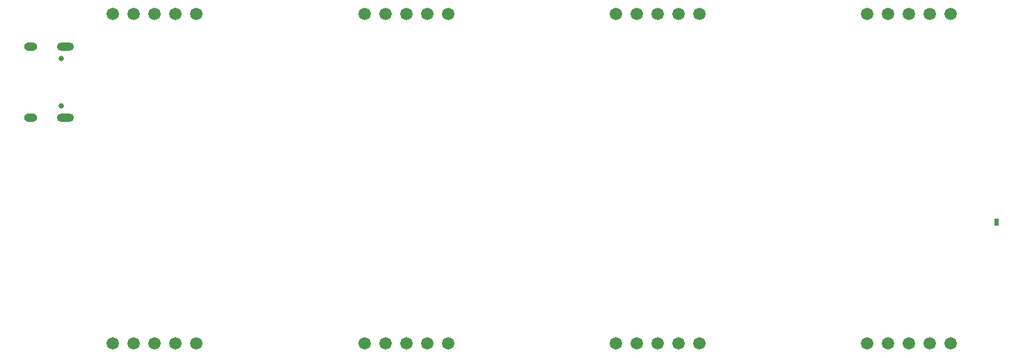
<source format=gbr>
%TF.GenerationSoftware,KiCad,Pcbnew,(6.0.9)*%
%TF.CreationDate,2022-12-19T16:18:23-05:00*%
%TF.ProjectId,Digital Clock PCB,44696769-7461-46c2-9043-6c6f636b2050,rev?*%
%TF.SameCoordinates,Original*%
%TF.FileFunction,Soldermask,Bot*%
%TF.FilePolarity,Negative*%
%FSLAX46Y46*%
G04 Gerber Fmt 4.6, Leading zero omitted, Abs format (unit mm)*
G04 Created by KiCad (PCBNEW (6.0.9)) date 2022-12-19 16:18:23*
%MOMM*%
%LPD*%
G01*
G04 APERTURE LIST*
%ADD10R,0.500000X0.900000*%
%ADD11C,0.650000*%
%ADD12O,2.100000X1.000000*%
%ADD13O,1.600000X1.000000*%
%ADD14C,1.500000*%
G04 APERTURE END LIST*
D10*
%TO.C,AE1*%
X140563600Y-43375000D03*
%TD*%
D11*
%TO.C,J1*%
X26704600Y-23500600D03*
X26704600Y-29280600D03*
D12*
X27234600Y-22070600D03*
X27234600Y-30710600D03*
D13*
X23054600Y-22070600D03*
X23054600Y-30710600D03*
%TD*%
D14*
%TO.C,U4*%
X73780000Y-58100000D03*
X71240000Y-58100000D03*
X68700000Y-58100000D03*
X66160000Y-58100000D03*
X63620000Y-58100000D03*
X63620000Y-18100000D03*
X66160000Y-18100000D03*
X68700000Y-18100000D03*
X71240000Y-18100000D03*
X73780000Y-18100000D03*
%TD*%
%TO.C,U9*%
X134980000Y-58100000D03*
X132440000Y-58100000D03*
X129900000Y-58100000D03*
X127360000Y-58100000D03*
X124820000Y-58100000D03*
X124820000Y-18100000D03*
X127360000Y-18100000D03*
X129900000Y-18100000D03*
X132440000Y-18100000D03*
X134980000Y-18100000D03*
%TD*%
%TO.C,U8*%
X104380000Y-58100000D03*
X101840000Y-58100000D03*
X99300000Y-58100000D03*
X96760000Y-58100000D03*
X94220000Y-58100000D03*
X94220000Y-18100000D03*
X96760000Y-18100000D03*
X99300000Y-18100000D03*
X101840000Y-18100000D03*
X104380000Y-18100000D03*
%TD*%
%TO.C,U3*%
X43180000Y-58100000D03*
X40640000Y-58100000D03*
X38100000Y-58100000D03*
X35560000Y-58100000D03*
X33020000Y-58100000D03*
X33020000Y-18100000D03*
X35560000Y-18100000D03*
X38100000Y-18100000D03*
X40640000Y-18100000D03*
X43180000Y-18100000D03*
%TD*%
M02*

</source>
